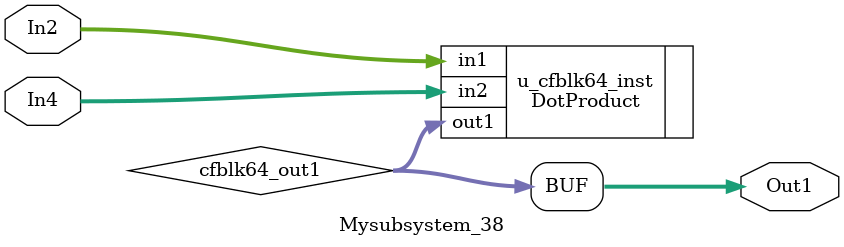
<source format=v>



`timescale 1 ns / 1 ns

module Mysubsystem_38
          (In2,
           In4,
           Out1);


  input   [7:0] In2;  // uint8
  input   [7:0] In4;  // uint8
  output  [15:0] Out1;  // uint16


  wire [15:0] cfblk64_out1;  // uint16


  DotProduct u_cfblk64_inst (.in1(In2),  // uint8
                             .in2(In4),  // uint8
                             .out1(cfblk64_out1)  // uint16
                             );

  assign Out1 = cfblk64_out1;

endmodule  // Mysubsystem_38


</source>
